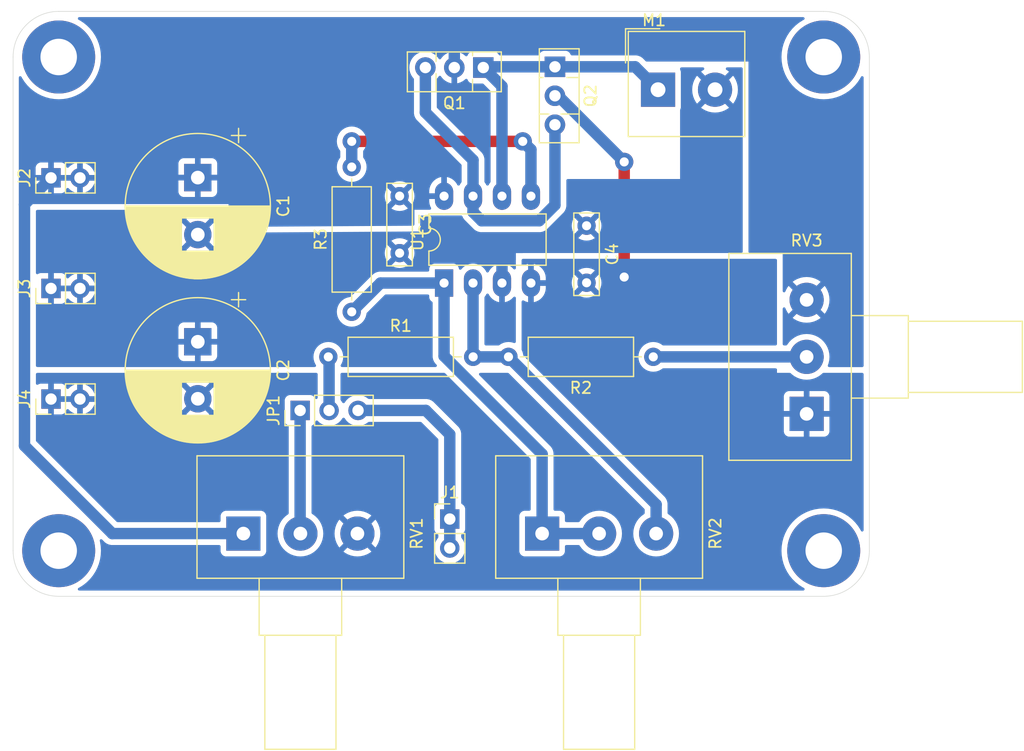
<source format=kicad_pcb>
(kicad_pcb (version 20240108) (generator "pcbnew") (generator_version "8.0")
  (title_block (title "Opamp Motor Position Control") (company "Perry Leuams"))
  (layers (0 "F.Cu" signal) (31 "B.Cu" signal) (34 "B.Paste" user) (35 "F.Paste" user) (36 "B.SilkS" user "B.Silkscreen") (37 "F.SilkS" user "F.Silkscreen") (38 "B.Mask" user) (39 "F.Mask" user) (44 "Edge.Cuts" user))
  (net 0 "")
  (net 1 "+12V")
  (net 2 "GND")
  (net 3 "-12V")
  (net 4 "/Vext")
  (net 5 "Net-(JP1-A)")
  (net 6 "/Vset")
  (net 7 "Net-(M1-+)")
  (net 8 "Net-(Q1-B)")
  (net 9 "Net-(U1A--)")
  (net 10 "/Vsense")
  (net 11 "Net-(R3-Pad1)")
  (net 12 "Net-(U1B-+)")
  (footprint "Potentiometer_THT:Potentiometer_Alps_RK163_Single_Horizontal" (layer "F.Cu") (at 148.1 112.2 180)
    (property "Reference" "RV3" (at 0 15.2 180) (layer "F.SilkS"))
    (property "Value" "100k")
    (pad "1" thru_hole rect (at 0 0) (size 3 3) (drill 1.2) (layers "*.Cu" "*.Mask") (net 3 "-12V"))
    (pad "2" thru_hole circle (at 0 5) (size 3 3) (drill 1.2) (layers "*.Cu" "*.Mask") (net 10 "/Vsense"))
    (pad "3" thru_hole circle (at 0 10) (size 3 3) (drill 1.2) (layers "*.Cu" "*.Mask") (net 1 "+12V"))
  )
  (footprint "Package_TO_SOT_THT:TO-126-3_Vertical" (layer "F.Cu") (at 119.74 81.825 180)
    (property "Reference" "Q1" (at 2.54 -3.12 180) (layer "F.SilkS"))
    (property "Value" "2N6037")
    (pad "1" thru_hole rect (at 0 0 180) (size 1.8 1.8) (drill 1) (layers "*.Cu" "*.Mask") (net 7 "Net-(M1-+)"))
    (pad "2" thru_hole oval (at 2.54 0 180) (size 1.8 1.8) (drill 1) (layers "*.Cu" "*.Mask") (net 1 "+12V"))
    (pad "3" thru_hole oval (at 5.08 0 180) (size 1.8 1.8) (drill 1) (layers "*.Cu" "*.Mask") (net 8 "Net-(Q1-B)"))
  )
  (footprint "TerminalBlock_Altech:Altech_AK100_1x02_P5.00mm" (layer "F.Cu") (at 135.0675 83.7675)
    (property "Reference" "M1" (at -0.35 -6.09 360) (layer "F.SilkS"))
    (property "Value" "Motor_DC")
    (pad "1" thru_hole rect (at 0 0) (size 3 3) (drill 1.3) (layers "*.Cu" "*.Mask") (net 7 "Net-(M1-+)"))
    (pad "2" thru_hole circle (at 5 0) (size 3 3) (drill 1.3) (layers "*.Cu" "*.Mask") (net 2 "GND"))
  )
  (footprint "Capacitor_THT:C_Rect_L7.0mm_W2.0mm_P5.00mm" (layer "F.Cu") (at 112.4 93.1 -90)
    (property "Reference" "C3" (at 2.5 -2.25 90) (layer "F.SilkS"))
    (property "Value" "0.1uF")
    (pad "1" thru_hole circle (at 0 0 270) (size 1.6 1.6) (drill 0.8) (layers "*.Cu" "*.Mask") (net 1 "+12V"))
    (pad "2" thru_hole circle (at 5 0 270) (size 1.6 1.6) (drill 0.8) (layers "*.Cu" "*.Mask") (net 2 "GND"))
  )
  (footprint "Connector_PinHeader_2.54mm:PinHeader_1x03_P2.54mm_Vertical" (layer "F.Cu") (at 103.675 111.9 90)
    (property "Reference" "JP1" (at 0 -2.33 270) (layer "F.SilkS"))
    (property "Value" "Vset Select")
    (pad "1" thru_hole rect (at 0 0 90) (size 1.7 1.7) (drill 1) (layers "*.Cu" "*.Mask") (net 5 "Net-(JP1-A)"))
    (pad "2" thru_hole oval (at 0 2.54 90) (size 1.7 1.7) (drill 1) (layers "*.Cu" "*.Mask") (net 6 "/Vset"))
    (pad "3" thru_hole oval (at 0 5.08 90) (size 1.7 1.7) (drill 1) (layers "*.Cu" "*.Mask") (net 4 "/Vext"))
  )
  (footprint "Connector_PinHeader_2.54mm:PinHeader_1x02_P2.54mm_Vertical" (layer "F.Cu") (at 81.825 101.2 90)
    (property "Reference" "J3" (at 0 -2.33 270) (layer "F.SilkS"))
    (property "Value" "Conn_01x02")
    (pad "1" thru_hole rect (at 0 0 90) (size 1.7 1.7) (drill 1) (layers "*.Cu" "*.Mask") (net 2 "GND"))
    (pad "2" thru_hole oval (at 0 2.54 90) (size 1.7 1.7) (drill 1) (layers "*.Cu" "*.Mask") (net 2 "GND"))
  )
  (footprint "Package_TO_SOT_THT:TO-126-3_Vertical" (layer "F.Cu") (at 126.025 81.76 -90)
    (property "Reference" "Q2" (at 2.54 -3.12 90) (layer "F.SilkS"))
    (property "Value" "2N6036")
    (pad "1" thru_hole rect (at 0 0 270) (size 1.8 1.8) (drill 1) (layers "*.Cu" "*.Mask") (net 7 "Net-(M1-+)"))
    (pad "2" thru_hole oval (at 2.54 0 270) (size 1.8 1.8) (drill 1) (layers "*.Cu" "*.Mask") (net 3 "-12V"))
    (pad "3" thru_hole oval (at 5.08 0 270) (size 1.8 1.8) (drill 1) (layers "*.Cu" "*.Mask") (net 8 "Net-(Q1-B)"))
  )
  (footprint "MountingHole:MountingHole_3.2mm_M3_Pad_TopBottom" (layer "F.Cu") (at 149.6 80.9)
    (property "Reference" "H4" (hide yes))
    (property "Value" "MountingHole")
    (pad "1" thru_hole circle (at 0 0) (size 3.6 3.6) (drill 3.2) (layers "*.Cu" "*.Mask"))
    (pad "1" connect circle (at 0 0) (size 6.4 6.4) (layers "F.Cu" "F.Mask"))
    (pad "1" connect circle (at 0 0) (size 6.4 6.4) (layers "B.Cu" "B.Mask"))
  )
  (footprint "MountingHole:MountingHole_3.2mm_M3_Pad_TopBottom" (layer "F.Cu") (at 82.5 80.9)
    (property "Reference" "H1" (hide yes))
    (property "Value" "MountingHole")
    (pad "1" thru_hole circle (at 0 0) (size 3.6 3.6) (drill 3.2) (layers "*.Cu" "*.Mask"))
    (pad "1" connect circle (at 0 0) (size 6.4 6.4) (layers "F.Cu" "F.Mask"))
    (pad "1" connect circle (at 0 0) (size 6.4 6.4) (layers "B.Cu" "B.Mask"))
  )
  (footprint "Potentiometer_THT:Potentiometer_Alps_RK163_Single_Horizontal" (layer "F.Cu") (at 124.9 122.7 90)
    (property "Reference" "RV2" (at 0 15.2 -90) (layer "F.SilkS"))
    (property "Value" "100k")
    (pad "1" thru_hole rect (at 0 0 270) (size 3 3) (drill 1.2) (layers "*.Cu" "*.Mask") (net 11 "Net-(R3-Pad1)"))
    (pad "2" thru_hole circle (at 0 5 270) (size 3 3) (drill 1.2) (layers "*.Cu" "*.Mask") (net 11 "Net-(R3-Pad1)"))
    (pad "3" thru_hole circle (at 0 10 270) (size 3 3) (drill 1.2) (layers "*.Cu" "*.Mask") (net 9 "Net-(U1A--)"))
  )
  (footprint "Resistor_THT:R_Axial_DIN0309_L9.0mm_D3.2mm_P12.70mm_Horizontal" (layer "F.Cu") (at 106.15 107.2)
    (property "Reference" "R1" (at 6.35 -2.72 0) (layer "F.SilkS"))
    (property "Value" "5k6")
    (pad "1" thru_hole circle (at 0 0) (size 1.6 1.6) (drill 0.8) (layers "*.Cu" "*.Mask") (net 6 "/Vset"))
    (pad "2" thru_hole oval (at 12.7 0) (size 1.6 1.6) (drill 0.8) (layers "*.Cu" "*.Mask") (net 9 "Net-(U1A--)"))
  )
  (footprint "Capacitor_THT:CP_Radial_D12.5mm_P5.00mm" (layer "F.Cu") (at 94.7 105.876041 -90)
    (property "Reference" "C2" (at 2.5 -7.5 90) (layer "F.SilkS"))
    (property "Value" "2200uF")
    (pad "1" thru_hole rect (at 0 0 270) (size 2.4 2.4) (drill 1.2) (layers "*.Cu" "*.Mask") (net 2 "GND"))
    (pad "2" thru_hole circle (at 5 0 270) (size 2.4 2.4) (drill 1.2) (layers "*.Cu" "*.Mask") (net 3 "-12V"))
  )
  (footprint "MountingHole:MountingHole_3.2mm_M3_Pad_TopBottom" (layer "F.Cu") (at 82.5 124.2)
    (property "Reference" "H2" (hide yes))
    (property "Value" "MountingHole")
    (pad "1" thru_hole circle (at 0 0) (size 3.6 3.6) (drill 3.2) (layers "*.Cu" "*.Mask"))
    (pad "1" connect circle (at 0 0) (size 6.4 6.4) (layers "F.Cu" "F.Mask"))
    (pad "1" connect circle (at 0 0) (size 6.4 6.4) (layers "B.Cu" "B.Mask"))
  )
  (footprint "Resistor_THT:R_Axial_DIN0309_L9.0mm_D3.2mm_P12.70mm_Horizontal" (layer "F.Cu") (at 108.2 103.25 90)
    (property "Reference" "R3" (at 6.35 -2.72 270) (layer "F.SilkS"))
    (property "Value" "R")
    (pad "1" thru_hole circle (at 0 0 90) (size 1.6 1.6) (drill 0.8) (layers "*.Cu" "*.Mask") (net 11 "Net-(R3-Pad1)"))
    (pad "2" thru_hole oval (at 12.7 0 90) (size 1.6 1.6) (drill 0.8) (layers "*.Cu" "*.Mask") (net 12 "Net-(U1B-+)"))
  )
  (footprint "Capacitor_THT:CP_Radial_D12.5mm_P5.00mm" (layer "F.Cu") (at 94.7 91.476041 -90)
    (property "Reference" "C1" (at 2.5 -7.5 90) (layer "F.SilkS"))
    (property "Value" "2200uF")
    (pad "1" thru_hole rect (at 0 0 270) (size 2.4 2.4) (drill 1.2) (layers "*.Cu" "*.Mask") (net 1 "+12V"))
    (pad "2" thru_hole circle (at 5 0 270) (size 2.4 2.4) (drill 1.2) (layers "*.Cu" "*.Mask") (net 2 "GND"))
  )
  (footprint "Resistor_THT:R_Axial_DIN0309_L9.0mm_D3.2mm_P12.70mm_Horizontal" (layer "F.Cu") (at 134.65 107.2 180)
    (property "Reference" "R2" (at 6.35 -2.72 180) (layer "F.SilkS"))
    (property "Value" "5k6")
    (pad "1" thru_hole circle (at 0 0 180) (size 1.6 1.6) (drill 0.8) (layers "*.Cu" "*.Mask") (net 10 "/Vsense"))
    (pad "2" thru_hole oval (at 12.7 0 180) (size 1.6 1.6) (drill 0.8) (layers "*.Cu" "*.Mask") (net 9 "Net-(U1A--)"))
  )
  (footprint "MountingHole:MountingHole_3.2mm_M3_Pad_TopBottom" (layer "F.Cu") (at 149.6 124.2)
    (property "Reference" "H3" (hide yes))
    (property "Value" "MountingHole")
    (pad "1" thru_hole circle (at 0 0) (size 3.6 3.6) (drill 3.2) (layers "*.Cu" "*.Mask"))
    (pad "1" connect circle (at 0 0) (size 6.4 6.4) (layers "F.Cu" "F.Mask"))
    (pad "1" connect circle (at 0 0) (size 6.4 6.4) (layers "B.Cu" "B.Mask"))
  )
  (footprint "Connector_PinHeader_2.54mm:PinHeader_1x02_P2.54mm_Vertical" (layer "F.Cu") (at 81.825 110.9 90)
    (property "Reference" "J4" (at 0 -2.33 270) (layer "F.SilkS"))
    (property "Value" "Conn_01x02")
    (pad "1" thru_hole rect (at 0 0 90) (size 1.7 1.7) (drill 1) (layers "*.Cu" "*.Mask") (net 3 "-12V"))
    (pad "2" thru_hole oval (at 0 2.54 90) (size 1.7 1.7) (drill 1) (layers "*.Cu" "*.Mask") (net 3 "-12V"))
  )
  (footprint "Capacitor_THT:C_Rect_L7.0mm_W2.0mm_P5.00mm" (layer "F.Cu") (at 128.8 95.7 -90)
    (property "Reference" "C4" (at 2.5 -2.25 90) (layer "F.SilkS"))
    (property "Value" "0.1uF")
    (pad "1" thru_hole circle (at 0 0 270) (size 1.6 1.6) (drill 0.8) (layers "*.Cu" "*.Mask") (net 2 "GND"))
    (pad "2" thru_hole circle (at 5 0 270) (size 1.6 1.6) (drill 0.8) (layers "*.Cu" "*.Mask") (net 3 "-12V"))
  )
  (footprint "Potentiometer_THT:Potentiometer_Alps_RK163_Single_Horizontal" (layer "F.Cu") (at 98.7 122.7 90)
    (property "Reference" "RV1" (at 0 15.2 -90) (layer "F.SilkS"))
    (property "Value" "100k")
    (pad "1" thru_hole rect (at 0 0 270) (size 3 3) (drill 1.2) (layers "*.Cu" "*.Mask") (net 1 "+12V"))
    (pad "2" thru_hole circle (at 0 5 270) (size 3 3) (drill 1.2) (layers "*.Cu" "*.Mask") (net 5 "Net-(JP1-A)"))
    (pad "3" thru_hole circle (at 0 10 270) (size 3 3) (drill 1.2) (layers "*.Cu" "*.Mask") (net 3 "-12V"))
  )
  (footprint "Connector_PinHeader_2.54mm:PinHeader_1x02_P2.54mm_Vertical" (layer "F.Cu") (at 116.8 121.425)
    (property "Reference" "J1" (at 0 -2.33 360) (layer "F.SilkS"))
    (property "Value" "Conn_01x02")
    (pad "1" thru_hole rect (at 0 0) (size 1.7 1.7) (drill 1) (layers "*.Cu" "*.Mask") (net 4 "/Vext"))
    (pad "2" thru_hole oval (at 0 2.54) (size 1.7 1.7) (drill 1) (layers "*.Cu" "*.Mask") (net 4 "/Vext"))
  )
  (footprint "Package_DIP:DIP-8_W7.62mm_LongPads" (layer "F.Cu") (at 116.3 100.725 90)
    (property "Reference" "U1" (at 3.81 -2.33 270) (layer "F.SilkS"))
    (property "Value" "LM358")
    (pad "1" thru_hole rect (at 0 0 90) (size 2.4 1.6) (drill 0.8) (layers "*.Cu" "*.Mask") (net 11 "Net-(R3-Pad1)"))
    (pad "2" thru_hole oval (at 0 2.54 90) (size 2.4 1.6) (drill 0.8) (layers "*.Cu" "*.Mask") (net 9 "Net-(U1A--)"))
    (pad "3" thru_hole oval (at 0 5.08 90) (size 2.4 1.6) (drill 0.8) (layers "*.Cu" "*.Mask") (net 2 "GND"))
    (pad "4" thru_hole oval (at 0 7.62 90) (size 2.4 1.6) (drill 0.8) (layers "*.Cu" "*.Mask") (net 3 "-12V"))
    (pad "5" thru_hole oval (at 7.62 7.62 90) (size 2.4 1.6) (drill 0.8) (layers "*.Cu" "*.Mask") (net 12 "Net-(U1B-+)"))
    (pad "6" thru_hole oval (at 7.62 5.08 90) (size 2.4 1.6) (drill 0.8) (layers "*.Cu" "*.Mask") (net 7 "Net-(M1-+)"))
    (pad "7" thru_hole oval (at 7.62 2.54 90) (size 2.4 1.6) (drill 0.8) (layers "*.Cu" "*.Mask") (net 8 "Net-(Q1-B)"))
    (pad "8" thru_hole oval (at 7.62 0 90) (size 2.4 1.6) (drill 0.8) (layers "*.Cu" "*.Mask") (net 1 "+12V"))
  )
  (footprint "Connector_PinHeader_2.54mm:PinHeader_1x02_P2.54mm_Vertical" (layer "F.Cu") (at 81.825 91.5 90)
    (property "Reference" "J2" (at 0 -2.33 270) (layer "F.SilkS"))
    (property "Value" "Conn_01x02")
    (pad "1" thru_hole rect (at 0 0 90) (size 1.7 1.7) (drill 1) (layers "*.Cu" "*.Mask") (net 1 "+12V"))
    (pad "2" thru_hole oval (at 0 2.54 90) (size 1.7 1.7) (drill 1) (layers "*.Cu" "*.Mask") (net 1 "+12V"))
  )
  (gr_line (start 153.6 124.2) (end 153.6 80.9) (stroke (width 0.05)) (layer "Edge.Cuts"))
  (gr_arc (start 82.5 128.2) (mid 79.671573 127.028427) (end 78.5 124.2) (stroke (width 0.05)) (layer "Edge.Cuts"))
  (gr_arc (start 149.6 76.9) (mid 152.428427 78.071573) (end 153.6 80.9) (stroke (width 0.05)) (layer "Edge.Cuts"))
  (gr_line (start 78.5 80.9) (end 78.5 124.2) (stroke (width 0.05)) (layer "Edge.Cuts"))
  (gr_line (start 149.6 76.9) (end 82.5 76.9) (stroke (width 0.05)) (layer "Edge.Cuts"))
  (gr_line (start 82.5 128.2) (end 149.6 128.2) (stroke (width 0.05)) (layer "Edge.Cuts"))
  (gr_arc (start 153.6 124.2) (mid 152.428427 127.028427) (end 149.6 128.2) (stroke (width 0.05)) (layer "Edge.Cuts"))
  (gr_arc (start 78.5 80.9) (mid 79.671573 78.071573) (end 82.5 76.9) (stroke (width 0.05)) (layer "Edge.Cuts"))
  (segment (start 87.2 122.7) (end 79.5 115) (width 1) (layer "B.Cu") (net 1))
  (segment (start 98.7 122.7) (end 87.2 122.7) (width 1) (layer "B.Cu") (net 1))
  (segment (start 79.5 115) (end 79.5 93.825) (width 1) (layer "B.Cu") (net 1))
  (segment (start 79.5 93.825) (end 81.825 91.5) (width 1) (layer "B.Cu") (net 1))
  (segment (start 117.2 81.825) (end 117.2 79.4) (width 1) (layer "B.Cu") (net 1))
  (segment (start 121.38 98.58) (end 120.4 97.6) (width 1) (layer "B.Cu") (net 2))
  (segment (start 121.38 100.725) (end 121.38 98.58) (width 1) (layer "B.Cu") (net 2))
  (segment (start 132.1 90.1) (end 132.1 100.2) (width 1) (layer "F.Cu") (net 3))
  (via (at 132.1 100.2) (size 1.6) (drill 0.8) (layers "F.Cu" "B.Cu") (net 3))
  (via (at 132.1 90.1) (size 1.6) (drill 0.8) (layers "F.Cu" "B.Cu") (net 3))
  (segment (start 126.3 84.3) (end 132.1 90.1) (width 1) (layer "B.Cu") (net 3))
  (segment (start 126.025 84.3) (end 126.3 84.3) (width 1) (layer "B.Cu") (net 3))
  (segment (start 116.8 123.965) (end 116.8 121.425) (width 1) (layer "B.Cu") (net 4))
  (segment (start 116.8 114) (end 114.7 111.9) (width 1) (layer "B.Cu") (net 4))
  (segment (start 116.8 121.425) (end 116.8 114) (width 1) (layer "B.Cu") (net 4))
  (segment (start 114.7 111.9) (end 108.755 111.9) (width 1) (layer "B.Cu") (net 4))
  (segment (start 103.675 122.675) (end 103.7 122.7) (width 1) (layer "B.Cu") (net 5))
  (segment (start 103.675 111.9) (end 103.675 122.675) (width 1) (layer "B.Cu") (net 5))
  (segment (start 106.215 107.265) (end 106.15 107.2) (width 1) (layer "B.Cu") (net 6))
  (segment (start 106.215 111.9) (end 106.215 107.265) (width 1) (layer "B.Cu") (net 6))
  (segment (start 121.38 83.465) (end 119.74 81.825) (width 1) (layer "B.Cu") (net 7))
  (segment (start 126.025 81.76) (end 119.805 81.76) (width 1) (layer "B.Cu") (net 7))
  (segment (start 119.805 81.76) (end 119.74 81.825) (width 1) (layer "B.Cu") (net 7))
  (segment (start 126.025 81.76) (end 133.06 81.76) (width 1) (layer "B.Cu") (net 7))
  (segment (start 121.38 93.105) (end 121.38 83.465) (width 1) (layer "B.Cu") (net 7))
  (segment (start 133.06 81.76) (end 135.0675 83.7675) (width 1) (layer "B.Cu") (net 7))
  (segment (start 124.646945 95.26) (end 126.025 93.881945) (width 1) (layer "B.Cu") (net 8))
  (segment (start 118.84 93.105) (end 118.84 89.94) (width 1) (layer "B.Cu") (net 8))
  (segment (start 114.66 85.76) (end 114.66 81.825) (width 1) (layer "B.Cu") (net 8))
  (segment (start 119.595 95.26) (end 124.646945 95.26) (width 1) (layer "B.Cu") (net 8))
  (segment (start 118.84 93.105) (end 118.84 94.505) (width 1) (layer "B.Cu") (net 8))
  (segment (start 118.84 94.505) (end 119.595 95.26) (width 1) (layer "B.Cu") (net 8))
  (segment (start 118.84 89.94) (end 114.66 85.76) (width 1) (layer "B.Cu") (net 8))
  (segment (start 126.025 93.881945) (end 126.025 86.84) (width 1) (layer "B.Cu") (net 8))
  (segment (start 134.9 120.15) (end 121.95 107.2) (width 1) (layer "B.Cu") (net 9))
  (segment (start 118.84 107.19) (end 118.85 107.2) (width 1) (layer "B.Cu") (net 9))
  (segment (start 118.85 107.2) (end 121.95 107.2) (width 1) (layer "B.Cu") (net 9))
  (segment (start 118.84 100.725) (end 118.84 107.19) (width 1) (layer "B.Cu") (net 9))
  (segment (start 134.9 122.7) (end 134.9 120.15) (width 1) (layer "B.Cu") (net 9))
  (segment (start 148.1 107.2) (end 134.65 107.2) (width 1) (layer "B.Cu") (net 10))
  (segment (start 116.3 107.131945) (end 116.3 100.725) (width 1) (layer "B.Cu") (net 11))
  (segment (start 124.9 122.7) (end 124.9 115.731945) (width 1) (layer "B.Cu") (net 11))
  (segment (start 116.3 100.725) (end 110.725 100.725) (width 1) (layer "B.Cu") (net 11))
  (segment (start 110.725 100.725) (end 108.2 103.25) (width 1) (layer "B.Cu") (net 11))
  (segment (start 124.9 115.731945) (end 116.3 107.131945) (width 1) (layer "B.Cu") (net 11))
  (segment (start 129.9 122.7) (end 124.9 122.7) (width 1) (layer "B.Cu") (net 11))
  (segment (start 123.2 88.3) (end 108.2 88.3) (width 1) (layer "F.Cu") (net 12))
  (via (at 123.2 88.3) (size 1.6) (drill 0.8) (layers "F.Cu" "B.Cu") (net 12))
  (via (at 108.2 88.3) (size 1.6) (drill 0.8) (layers "F.Cu" "B.Cu") (net 12))
  (segment (start 108.2 88.3) (end 108.2 90.55) (width 1) (layer "B.Cu") (net 12))
  (segment (start 123.92 93.105) (end 123.92 89.02) (width 1) (layer "B.Cu") (net 12))
  (segment (start 123.92 89.02) (end 123.2 88.3) (width 1) (layer "B.Cu") (net 12))
  (zone (net 1) (net_name "+12V") (layer "B.Cu") (priority 1) (connect_pads (clearance 0.5)) (min_thickness 0.25) (fill yes (thermal_gap 0.5) (thermal_bridge_width 0.5))
    (polygon (pts (xy 77.5 93.8) (xy 97.4 93.8) (xy 97.4 95.8) (xy 113.7 95.7) (xy 113.7 94.3) (xy 124.7 94.3) (xy 124.7 81.3) (xy 143 81.3) (xy 143 98.1) (xy 146 98.1) (xy 146 108.1) (xy 154.6 108.1) (xy 154.6 75.9) (xy 77.5 75.9)))
  )
  (zone (net 2) (net_name "GND") (layer "B.Cu") (connect_pads (clearance 0.5)) (min_thickness 0.25) (fill yes (thermal_gap 0.5) (thermal_bridge_width 0.5))
    (polygon (pts (xy 77.5 108.1) (xy 122.6 108.1) (xy 122.6 98.1) (xy 142.5 98.1) (xy 142.5 81.8) (xy 137 81.8) (xy 137 91.6) (xy 125.2 91.6) (xy 125.2 94.8) (xy 114.2 94.8) (xy 114.2 96.2) (xy 96.9 96.3) (xy 96.9 94.3) (xy 77.5 94.3)))
  )
  (zone (net 3) (net_name "-12V") (layer "B.Cu") (priority 1) (connect_pads (clearance 0.5)) (min_thickness 0.25) (fill yes (thermal_gap 0.5) (thermal_bridge_width 0.5))
    (polygon (pts (xy 77.5 108.6) (xy 123.1 108.6) (xy 123.1 98.6) (xy 145.5 98.6) (xy 145.5 108.6) (xy 154.6 108.6) (xy 154.6 129.2) (xy 77.5 129.2)))
  )
)
</source>
